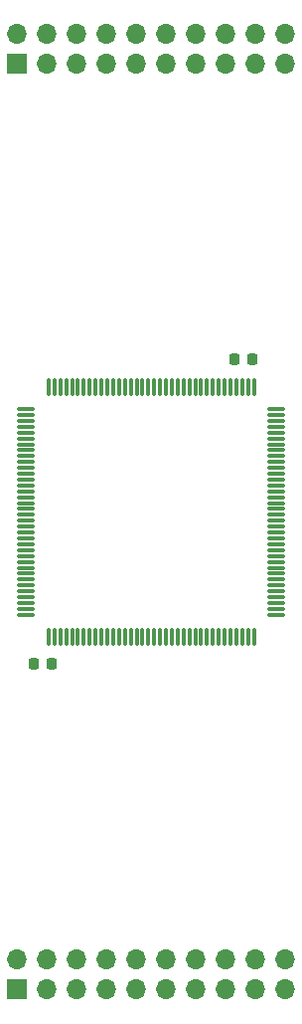
<source format=gbr>
G04 #@! TF.GenerationSoftware,KiCad,Pcbnew,7.99.0-unknown-099e5dd9e7~172~ubuntu22.04.1*
G04 #@! TF.CreationDate,2023-10-11T09:46:22+02:00*
G04 #@! TF.ProjectId,stm32u5a9zjt6q,73746d33-3275-4356-9139-7a6a7436712e,rev?*
G04 #@! TF.SameCoordinates,Original*
G04 #@! TF.FileFunction,Soldermask,Bot*
G04 #@! TF.FilePolarity,Negative*
%FSLAX46Y46*%
G04 Gerber Fmt 4.6, Leading zero omitted, Abs format (unit mm)*
G04 Created by KiCad (PCBNEW 7.99.0-unknown-099e5dd9e7~172~ubuntu22.04.1) date 2023-10-11 09:46:22*
%MOMM*%
%LPD*%
G01*
G04 APERTURE LIST*
G04 Aperture macros list*
%AMRoundRect*
0 Rectangle with rounded corners*
0 $1 Rounding radius*
0 $2 $3 $4 $5 $6 $7 $8 $9 X,Y pos of 4 corners*
0 Add a 4 corners polygon primitive as box body*
4,1,4,$2,$3,$4,$5,$6,$7,$8,$9,$2,$3,0*
0 Add four circle primitives for the rounded corners*
1,1,$1+$1,$2,$3*
1,1,$1+$1,$4,$5*
1,1,$1+$1,$6,$7*
1,1,$1+$1,$8,$9*
0 Add four rect primitives between the rounded corners*
20,1,$1+$1,$2,$3,$4,$5,0*
20,1,$1+$1,$4,$5,$6,$7,0*
20,1,$1+$1,$6,$7,$8,$9,0*
20,1,$1+$1,$8,$9,$2,$3,0*%
G04 Aperture macros list end*
%ADD10R,1.700000X1.700000*%
%ADD11O,1.700000X1.700000*%
%ADD12RoundRect,0.075000X0.662500X0.075000X-0.662500X0.075000X-0.662500X-0.075000X0.662500X-0.075000X0*%
%ADD13RoundRect,0.075000X0.075000X0.662500X-0.075000X0.662500X-0.075000X-0.662500X0.075000X-0.662500X0*%
%ADD14RoundRect,0.225000X-0.225000X-0.250000X0.225000X-0.250000X0.225000X0.250000X-0.225000X0.250000X0*%
%ADD15RoundRect,0.225000X0.225000X0.250000X-0.225000X0.250000X-0.225000X-0.250000X0.225000X-0.250000X0*%
G04 APERTURE END LIST*
D10*
X81280000Y-147320000D03*
D11*
X81280000Y-144780000D03*
X83820000Y-147320000D03*
X83820000Y-144780000D03*
X86360000Y-147320000D03*
X86360000Y-144780000D03*
X88900000Y-147320000D03*
X88900000Y-144780000D03*
X91440000Y-147320000D03*
X91440000Y-144780000D03*
X93980000Y-147320000D03*
X93980000Y-144780000D03*
X96520000Y-147320000D03*
X96520000Y-144780000D03*
X99060000Y-147320000D03*
X99060000Y-144780000D03*
X101600000Y-147320000D03*
X101600000Y-144780000D03*
X104140000Y-147320000D03*
X104140000Y-144780000D03*
D10*
X81280000Y-68580000D03*
D11*
X81280000Y-66040000D03*
X83820000Y-68580000D03*
X83820000Y-66040000D03*
X86360000Y-68580000D03*
X86360000Y-66040000D03*
X88900000Y-68580000D03*
X88900000Y-66040000D03*
X91440000Y-68580000D03*
X91440000Y-66040000D03*
X93980000Y-68580000D03*
X93980000Y-66040000D03*
X96520000Y-68580000D03*
X96520000Y-66040000D03*
X99060000Y-68580000D03*
X99060000Y-66040000D03*
X101600000Y-68580000D03*
X101600000Y-66040000D03*
X104140000Y-68580000D03*
X104140000Y-66040000D03*
D12*
X103372500Y-97930000D03*
X103372500Y-98430000D03*
X103372500Y-98930000D03*
X103372500Y-99430000D03*
X103372500Y-99930000D03*
X103372500Y-100430000D03*
X103372500Y-100930000D03*
X103372500Y-101430000D03*
X103372500Y-101930000D03*
X103372500Y-102430000D03*
X103372500Y-102930000D03*
X103372500Y-103430000D03*
X103372500Y-103930000D03*
X103372500Y-104430000D03*
X103372500Y-104930000D03*
X103372500Y-105430000D03*
X103372500Y-105930000D03*
X103372500Y-106430000D03*
X103372500Y-106930000D03*
X103372500Y-107430000D03*
X103372500Y-107930000D03*
X103372500Y-108430000D03*
X103372500Y-108930000D03*
X103372500Y-109430000D03*
X103372500Y-109930000D03*
X103372500Y-110430000D03*
X103372500Y-110930000D03*
X103372500Y-111430000D03*
X103372500Y-111930000D03*
X103372500Y-112430000D03*
X103372500Y-112930000D03*
X103372500Y-113430000D03*
X103372500Y-113930000D03*
X103372500Y-114430000D03*
X103372500Y-114930000D03*
X103372500Y-115430000D03*
D13*
X101460000Y-117342500D03*
X100960000Y-117342500D03*
X100460000Y-117342500D03*
X99960000Y-117342500D03*
X99460000Y-117342500D03*
X98960000Y-117342500D03*
X98460000Y-117342500D03*
X97960000Y-117342500D03*
X97460000Y-117342500D03*
X96960000Y-117342500D03*
X96460000Y-117342500D03*
X95960000Y-117342500D03*
X95460000Y-117342500D03*
X94960000Y-117342500D03*
X94460000Y-117342500D03*
X93960000Y-117342500D03*
X93460000Y-117342500D03*
X92960000Y-117342500D03*
X92460000Y-117342500D03*
X91960000Y-117342500D03*
X91460000Y-117342500D03*
X90960000Y-117342500D03*
X90460000Y-117342500D03*
X89960000Y-117342500D03*
X89460000Y-117342500D03*
X88960000Y-117342500D03*
X88460000Y-117342500D03*
X87960000Y-117342500D03*
X87460000Y-117342500D03*
X86960000Y-117342500D03*
X86460000Y-117342500D03*
X85960000Y-117342500D03*
X85460000Y-117342500D03*
X84960000Y-117342500D03*
X84460000Y-117342500D03*
X83960000Y-117342500D03*
D12*
X82047500Y-115430000D03*
X82047500Y-114930000D03*
X82047500Y-114430000D03*
X82047500Y-113930000D03*
X82047500Y-113430000D03*
X82047500Y-112930000D03*
X82047500Y-112430000D03*
X82047500Y-111930000D03*
X82047500Y-111430000D03*
X82047500Y-110930000D03*
X82047500Y-110430000D03*
X82047500Y-109930000D03*
X82047500Y-109430000D03*
X82047500Y-108930000D03*
X82047500Y-108430000D03*
X82047500Y-107930000D03*
X82047500Y-107430000D03*
X82047500Y-106930000D03*
X82047500Y-106430000D03*
X82047500Y-105930000D03*
X82047500Y-105430000D03*
X82047500Y-104930000D03*
X82047500Y-104430000D03*
X82047500Y-103930000D03*
X82047500Y-103430000D03*
X82047500Y-102930000D03*
X82047500Y-102430000D03*
X82047500Y-101930000D03*
X82047500Y-101430000D03*
X82047500Y-100930000D03*
X82047500Y-100430000D03*
X82047500Y-99930000D03*
X82047500Y-99430000D03*
X82047500Y-98930000D03*
X82047500Y-98430000D03*
X82047500Y-97930000D03*
D13*
X83960000Y-96017500D03*
X84460000Y-96017500D03*
X84960000Y-96017500D03*
X85460000Y-96017500D03*
X85960000Y-96017500D03*
X86460000Y-96017500D03*
X86960000Y-96017500D03*
X87460000Y-96017500D03*
X87960000Y-96017500D03*
X88460000Y-96017500D03*
X88960000Y-96017500D03*
X89460000Y-96017500D03*
X89960000Y-96017500D03*
X90460000Y-96017500D03*
X90960000Y-96017500D03*
X91460000Y-96017500D03*
X91960000Y-96017500D03*
X92460000Y-96017500D03*
X92960000Y-96017500D03*
X93460000Y-96017500D03*
X93960000Y-96017500D03*
X94460000Y-96017500D03*
X94960000Y-96017500D03*
X95460000Y-96017500D03*
X95960000Y-96017500D03*
X96460000Y-96017500D03*
X96960000Y-96017500D03*
X97460000Y-96017500D03*
X97960000Y-96017500D03*
X98460000Y-96017500D03*
X98960000Y-96017500D03*
X99460000Y-96017500D03*
X99960000Y-96017500D03*
X100460000Y-96017500D03*
X100960000Y-96017500D03*
X101460000Y-96017500D03*
D14*
X99809000Y-93726000D03*
X101359000Y-93726000D03*
D15*
X84214000Y-119634000D03*
X82664000Y-119634000D03*
M02*

</source>
